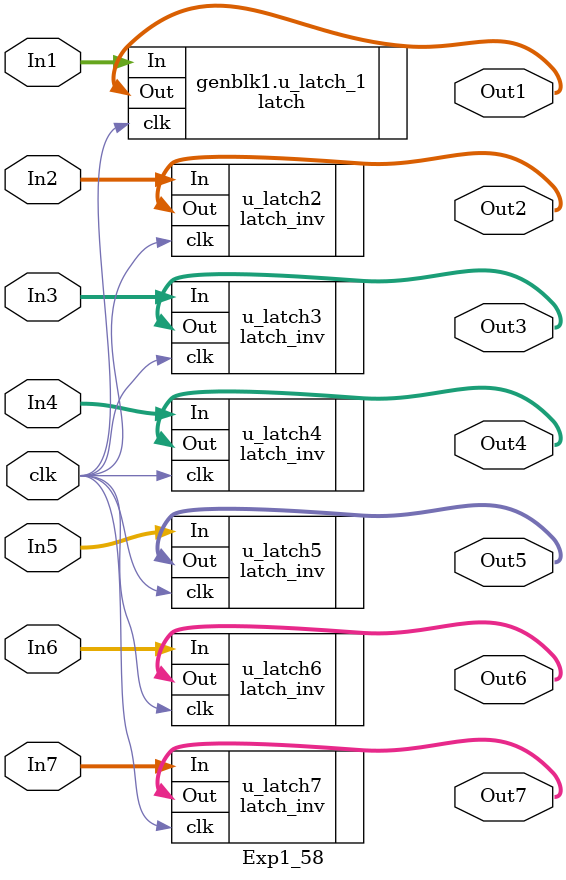
<source format=v>



`timescale 1 ns / 1 ns

module Exp1_58
          (clk,
           In1,
           In2,
           In3,
           In4,
           In5,
           In6,
           In7,
           Out1,
           Out2,
           Out3,
           Out4,
           Out5,
           Out6,
           Out7);


  input   clk;
  input   [31:0] In1;  // uint32
  input   [31:0] In2;  // uint32
  input   [31:0] In3;  // uint32
  input   [31:0] In4;  // uint32
  input   [31:0] In5;  // uint32
  input   [31:0] In6;  // uint32
  input   [31:0] In7;  // uint32
  output  [31:0] Out1;  // uint32
  output  [31:0] Out2;  // uint32
  output  [31:0] Out3;  // uint32
  output  [31:0] Out4;  // uint32
  output  [31:0] Out5;  // uint32
  output  [31:0] Out6;  // uint32
  output  [31:0] Out7;  // uint32


 reg [31:0] Delay_out1;  // uint32

   parameter I1 =0 ;
 
if (I1 == 0) begin
latch u_latch_1(.clk(clk),.In(In1),.Out(Out1));
   end
 else begin
 	 latch_inv u_latch1 (.clk(clk),.In(In1),.Out(Out1));
 end 

 latch_inv u_latch2 (.clk(clk),.In(In2),.Out(Out2));
 latch_inv u_latch3 (.clk(clk),.In(In3),.Out(Out3));
 latch_inv u_latch4 (.clk(clk),.In(In4),.Out(Out4));
 latch_inv u_latch5 (.clk(clk),.In(In5),.Out(Out5));
 latch_inv u_latch6 (.clk(clk),.In(In6),.Out(Out6));
 latch_inv u_latch7 (.clk(clk),.In(In7),.Out(Out7));

  

 endmodule  // Exp1_58


</source>
